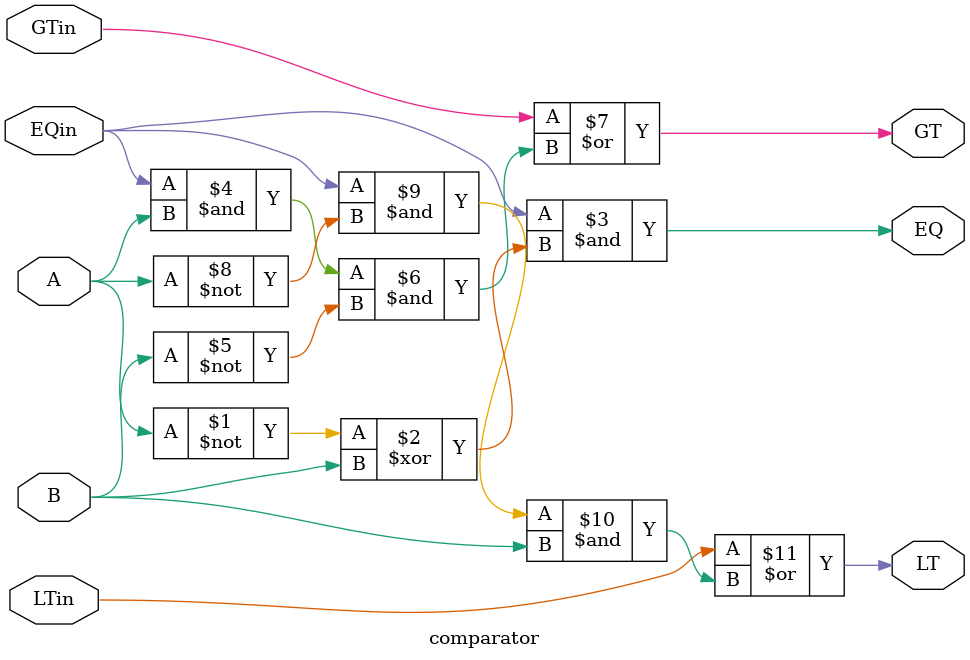
<source format=v>
`timescale 1ns / 1ps


module comparator(
    input EQin,//MSB
    input GTin,
    input LTin,
    input A,
    input B,
    output EQ,
    output GT,
    output LT
    );

    assign EQ = EQin & (~A ^ B);
    assign GT = GTin | (EQin & A & ~B);
    assign LT = LTin | (EQin & ~A & B);

endmodule

</source>
